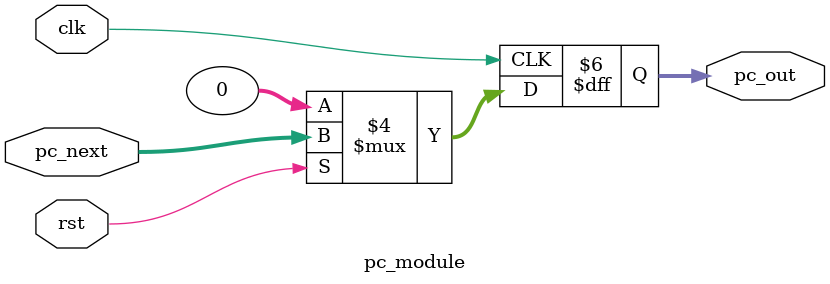
<source format=v>
module pc_module(pc_next,pc_out,clk,rst);
    input clk,rst;
    input [31:0] pc_next;
    output reg [31:0] pc_out;

    always @(posedge clk)
    begin
      if (~rst)
        begin
        pc_out <= {32{1'b0}};
        end
    else
        begin
        pc_out <= pc_next;
        end
    end
endmodule
    

</source>
